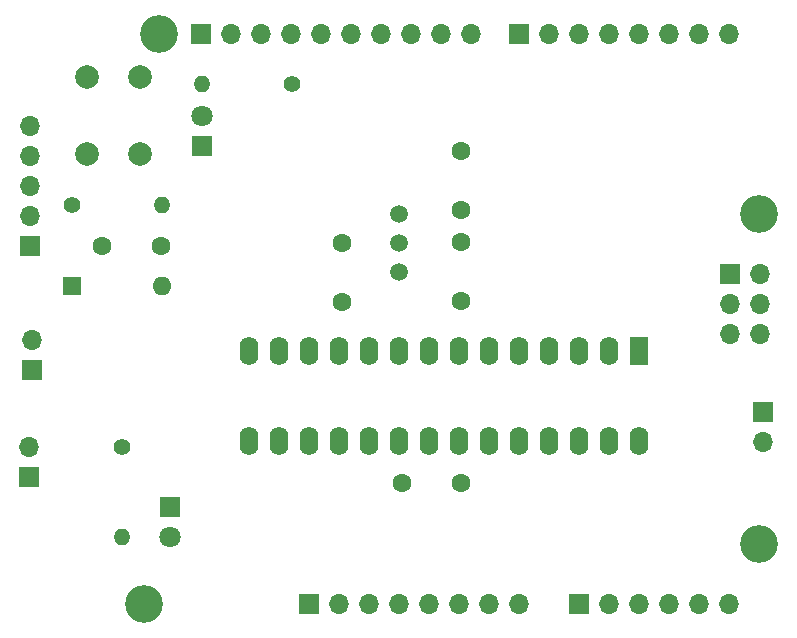
<source format=gts>
G04 #@! TF.GenerationSoftware,KiCad,Pcbnew,8.0.7*
G04 #@! TF.CreationDate,2025-01-27T00:17:59+09:00*
G04 #@! TF.ProjectId,arduino_clone,61726475-696e-46f5-9f63-6c6f6e652e6b,rev?*
G04 #@! TF.SameCoordinates,Original*
G04 #@! TF.FileFunction,Soldermask,Top*
G04 #@! TF.FilePolarity,Negative*
%FSLAX46Y46*%
G04 Gerber Fmt 4.6, Leading zero omitted, Abs format (unit mm)*
G04 Created by KiCad (PCBNEW 8.0.7) date 2025-01-27 00:17:59*
%MOMM*%
%LPD*%
G01*
G04 APERTURE LIST*
%ADD10C,2.000000*%
%ADD11O,1.700000X1.700000*%
%ADD12R,1.700000X1.700000*%
%ADD13C,1.500000*%
%ADD14R,1.600000X2.400000*%
%ADD15O,1.600000X2.400000*%
%ADD16C,1.400000*%
%ADD17O,1.400000X1.400000*%
%ADD18R,1.800000X1.800000*%
%ADD19C,1.800000*%
%ADD20R,1.600000X1.600000*%
%ADD21O,1.600000X1.600000*%
%ADD22C,1.600000*%
%ADD23C,3.200000*%
G04 APERTURE END LIST*
D10*
X113610000Y-52890000D03*
X113610000Y-59390000D03*
X109110000Y-52890000D03*
X109110000Y-59390000D03*
D11*
X166360000Y-83785000D03*
D12*
X166360000Y-81245000D03*
X104455000Y-77675000D03*
D11*
X104455000Y-75135000D03*
D13*
X135580000Y-64440000D03*
X135580000Y-66880000D03*
X135580000Y-69320000D03*
D14*
X155890000Y-76050000D03*
D15*
X153350000Y-76050000D03*
X150810000Y-76050000D03*
X148270000Y-76050000D03*
X145730000Y-76050000D03*
X143190000Y-76050000D03*
X140650000Y-76050000D03*
X138110000Y-76050000D03*
X135570000Y-76050000D03*
X133030000Y-76050000D03*
X130490000Y-76050000D03*
X127950000Y-76050000D03*
X125410000Y-76050000D03*
X122870000Y-76050000D03*
X122870000Y-83670000D03*
X125410000Y-83670000D03*
X127950000Y-83670000D03*
X130490000Y-83670000D03*
X133030000Y-83670000D03*
X135570000Y-83670000D03*
X138110000Y-83670000D03*
X140650000Y-83670000D03*
X143190000Y-83670000D03*
X145730000Y-83670000D03*
X148270000Y-83670000D03*
X150810000Y-83670000D03*
X153350000Y-83670000D03*
X155890000Y-83670000D03*
D16*
X126500000Y-53440000D03*
D17*
X118880000Y-53440000D03*
D16*
X107830000Y-63700000D03*
D17*
X115450000Y-63700000D03*
D16*
X112090000Y-84170000D03*
D17*
X112090000Y-91790000D03*
D12*
X104225000Y-86705000D03*
D11*
X104225000Y-84165000D03*
D12*
X163600000Y-69530000D03*
D11*
X166140000Y-69530000D03*
X163600000Y-72070000D03*
X166140000Y-72070000D03*
X163600000Y-74610000D03*
X166140000Y-74610000D03*
D12*
X104340000Y-67190000D03*
D11*
X104340000Y-64650000D03*
X104340000Y-62110000D03*
X104340000Y-59570000D03*
X104340000Y-57030000D03*
D18*
X118870000Y-58700000D03*
D19*
X118870000Y-56160000D03*
D20*
X107840000Y-70540000D03*
D21*
X115460000Y-70540000D03*
D18*
X116160000Y-89260000D03*
D19*
X116160000Y-91800000D03*
D22*
X110430000Y-67130000D03*
X115430000Y-67130000D03*
X130710000Y-71870000D03*
X130710000Y-66870000D03*
X140790000Y-64150000D03*
X140790000Y-59150000D03*
X140810000Y-71850000D03*
X140810000Y-66850000D03*
X135790000Y-87250000D03*
X140790000Y-87250000D03*
D12*
X127940000Y-97460000D03*
D11*
X130480000Y-97460000D03*
X133020000Y-97460000D03*
X135560000Y-97460000D03*
X138100000Y-97460000D03*
X140640000Y-97460000D03*
X143180000Y-97460000D03*
X145720000Y-97460000D03*
D12*
X150800000Y-97460000D03*
D11*
X153340000Y-97460000D03*
X155880000Y-97460000D03*
X158420000Y-97460000D03*
X160960000Y-97460000D03*
X163500000Y-97460000D03*
D12*
X118796000Y-49200000D03*
D11*
X121336000Y-49200000D03*
X123876000Y-49200000D03*
X126416000Y-49200000D03*
X128956000Y-49200000D03*
X131496000Y-49200000D03*
X134036000Y-49200000D03*
X136576000Y-49200000D03*
X139116000Y-49200000D03*
X141656000Y-49200000D03*
D12*
X145720000Y-49200000D03*
D11*
X148260000Y-49200000D03*
X150800000Y-49200000D03*
X153340000Y-49200000D03*
X155880000Y-49200000D03*
X158420000Y-49200000D03*
X160960000Y-49200000D03*
X163500000Y-49200000D03*
D23*
X115240000Y-49200000D03*
X113970000Y-97460000D03*
X166040000Y-64440000D03*
X166040000Y-92380000D03*
M02*

</source>
